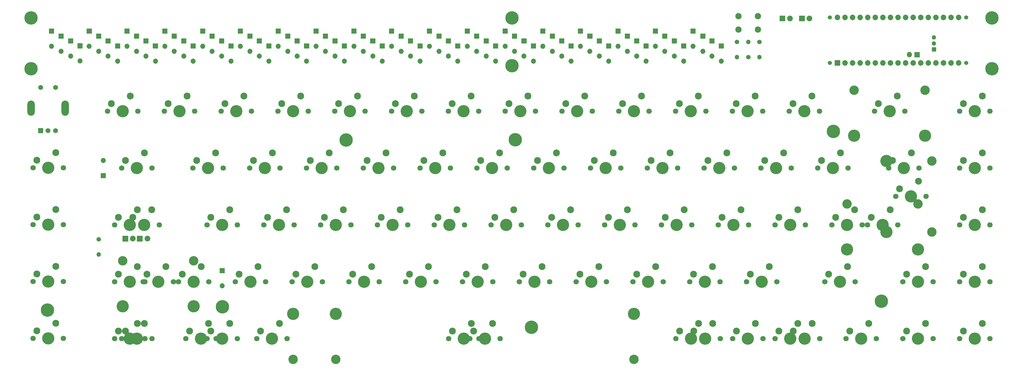
<source format=gbs>
G04 #@! TF.GenerationSoftware,KiCad,Pcbnew,(5.1.8)-1*
G04 #@! TF.CreationDate,2021-04-27T09:48:36+02:00*
G04 #@! TF.ProjectId,crispy-keyboard,63726973-7079-42d6-9b65-79626f617264,rev?*
G04 #@! TF.SameCoordinates,Original*
G04 #@! TF.FileFunction,Soldermask,Bot*
G04 #@! TF.FilePolarity,Negative*
%FSLAX46Y46*%
G04 Gerber Fmt 4.6, Leading zero omitted, Abs format (unit mm)*
G04 Created by KiCad (PCBNEW (5.1.8)-1) date 2021-04-27 09:48:36*
%MOMM*%
%LPD*%
G01*
G04 APERTURE LIST*
%ADD10C,4.502000*%
%ADD11C,1.902000*%
%ADD12C,1.652000*%
%ADD13O,2.502000X5.102000*%
%ADD14O,1.702000X1.702000*%
%ADD15O,1.802000X1.802000*%
%ADD16O,1.452000X1.452000*%
%ADD17C,2.102000*%
%ADD18O,1.502000X1.502000*%
%ADD19C,1.502000*%
%ADD20C,1.852000*%
%ADD21C,1.372000*%
%ADD22C,2.302000*%
%ADD23C,4.102000*%
%ADD24C,1.802000*%
%ADD25C,3.150000*%
%ADD26C,4.089800*%
%ADD27C,3.152000*%
%ADD28C,0.100000*%
G04 APERTURE END LIST*
D10*
X38074600Y-161419540D03*
G36*
G01*
X290155880Y-64636220D02*
X290155880Y-62836220D01*
G75*
G02*
X290206880Y-62785220I51000J0D01*
G01*
X292006880Y-62785220D01*
G75*
G02*
X292057880Y-62836220I0J-51000D01*
G01*
X292057880Y-64636220D01*
G75*
G02*
X292006880Y-64687220I-51000J0D01*
G01*
X290206880Y-64687220D01*
G75*
G02*
X290155880Y-64636220I0J51000D01*
G01*
G37*
D11*
X293646880Y-63736220D03*
G36*
G01*
X283615880Y-64636220D02*
X283615880Y-62836220D01*
G75*
G02*
X283666880Y-62785220I51000J0D01*
G01*
X285466880Y-62785220D01*
G75*
G02*
X285517880Y-62836220I0J-51000D01*
G01*
X285517880Y-64636220D01*
G75*
G02*
X285466880Y-64687220I-51000J0D01*
G01*
X283666880Y-64687220D01*
G75*
G02*
X283615880Y-64636220I0J51000D01*
G01*
G37*
X287106880Y-63736220D03*
G36*
G01*
X34956880Y-102077200D02*
X34956880Y-100527200D01*
G75*
G02*
X35007880Y-100476200I51000J0D01*
G01*
X36557880Y-100476200D01*
G75*
G02*
X36608880Y-100527200I0J-51000D01*
G01*
X36608880Y-102077200D01*
G75*
G02*
X36557880Y-102128200I-51000J0D01*
G01*
X35007880Y-102128200D01*
G75*
G02*
X34956880Y-102077200I0J51000D01*
G01*
G37*
D12*
X38282880Y-101302200D03*
X40782880Y-101302200D03*
X35782880Y-86802200D03*
X40782880Y-86802200D03*
D13*
X32582880Y-93802200D03*
X43982880Y-93802200D03*
G36*
G01*
X57629960Y-117266820D02*
X56029960Y-117266820D01*
G75*
G02*
X55978960Y-117215820I0J51000D01*
G01*
X55978960Y-115615820D01*
G75*
G02*
X56029960Y-115564820I51000J0D01*
G01*
X57629960Y-115564820D01*
G75*
G02*
X57680960Y-115615820I0J-51000D01*
G01*
X57680960Y-117215820D01*
G75*
G02*
X57629960Y-117266820I-51000J0D01*
G01*
G37*
D14*
X56829960Y-111335820D03*
G36*
G01*
X68091280Y-138405440D02*
X68091280Y-136605440D01*
G75*
G02*
X68142280Y-136554440I51000J0D01*
G01*
X69942280Y-136554440D01*
G75*
G02*
X69993280Y-136605440I0J-51000D01*
G01*
X69993280Y-138405440D01*
G75*
G02*
X69942280Y-138456440I-51000J0D01*
G01*
X68142280Y-138456440D01*
G75*
G02*
X68091280Y-138405440I0J51000D01*
G01*
G37*
D11*
X71582280Y-137505440D03*
G36*
G01*
X63244960Y-138397820D02*
X63244960Y-136597820D01*
G75*
G02*
X63295960Y-136546820I51000J0D01*
G01*
X65095960Y-136546820D01*
G75*
G02*
X65146960Y-136597820I0J-51000D01*
G01*
X65146960Y-138397820D01*
G75*
G02*
X65095960Y-138448820I-51000J0D01*
G01*
X63295960Y-138448820D01*
G75*
G02*
X63244960Y-138397820I0J51000D01*
G01*
G37*
X66735960Y-137497820D03*
D15*
X327172320Y-75852020D03*
G36*
G01*
X330562320Y-76753020D02*
X328862320Y-76753020D01*
G75*
G02*
X328811320Y-76702020I0J51000D01*
G01*
X328811320Y-75002020D01*
G75*
G02*
X328862320Y-74951020I51000J0D01*
G01*
X330562320Y-74951020D01*
G75*
G02*
X330613320Y-75002020I0J-51000D01*
G01*
X330613320Y-76702020D01*
G75*
G02*
X330562320Y-76753020I-51000J0D01*
G01*
G37*
D16*
X335391760Y-70076560D03*
X335391760Y-72076560D03*
G36*
G01*
X334665760Y-74751560D02*
X334665760Y-73401560D01*
G75*
G02*
X334716760Y-73350560I51000J0D01*
G01*
X336066760Y-73350560D01*
G75*
G02*
X336117760Y-73401560I0J-51000D01*
G01*
X336117760Y-74751560D01*
G75*
G02*
X336066760Y-74802560I-51000J0D01*
G01*
X334716760Y-74802560D01*
G75*
G02*
X334665760Y-74751560I0J51000D01*
G01*
G37*
D17*
X269813900Y-67487800D03*
X269813900Y-62987800D03*
X276313900Y-67487800D03*
X276313900Y-62987800D03*
D18*
X276844140Y-76641960D03*
D19*
X276844140Y-71561960D03*
D18*
X269351760Y-76644500D03*
D19*
X269351760Y-71564500D03*
D18*
X273101760Y-71564500D03*
D19*
X273101760Y-76644500D03*
D20*
X333466440Y-78643480D03*
X336006440Y-78643480D03*
X338546440Y-78643480D03*
X341086440Y-78643480D03*
X343626440Y-78643480D03*
X343626440Y-63403480D03*
X341086440Y-63403480D03*
X338546440Y-63403480D03*
X336006440Y-63403480D03*
X333466440Y-63403480D03*
X330926440Y-63403480D03*
X328386440Y-63403480D03*
X330926440Y-78643480D03*
X328386440Y-78643480D03*
X325846440Y-78643480D03*
X323306440Y-78643480D03*
X320766440Y-78643480D03*
X318226440Y-78643480D03*
X315686440Y-78643480D03*
X313146440Y-78643480D03*
X310606440Y-78643480D03*
X308066440Y-78643480D03*
X305526440Y-78643480D03*
G36*
G01*
X302060440Y-79518480D02*
X302060440Y-77768480D01*
G75*
G02*
X302111440Y-77717480I51000J0D01*
G01*
X303861440Y-77717480D01*
G75*
G02*
X303912440Y-77768480I0J-51000D01*
G01*
X303912440Y-79518480D01*
G75*
G02*
X303861440Y-79569480I-51000J0D01*
G01*
X302111440Y-79569480D01*
G75*
G02*
X302060440Y-79518480I0J51000D01*
G01*
G37*
X315686440Y-63403480D03*
X318226440Y-63403480D03*
X325846440Y-63403480D03*
X323306440Y-63403480D03*
X320766440Y-63403480D03*
X313146440Y-63403480D03*
X310606440Y-63403480D03*
X308066440Y-63403480D03*
X305526440Y-63403480D03*
X302986440Y-63403480D03*
D21*
X300446440Y-63403480D03*
X300446440Y-78643480D03*
X346166440Y-63403480D03*
X346166440Y-78643480D03*
D10*
X193845180Y-63560420D03*
D22*
X351631250Y-165893750D03*
X345281250Y-168433750D03*
D23*
X349091250Y-170973750D03*
D24*
X344011250Y-170973750D03*
X354171250Y-170973750D03*
D25*
X120484640Y-177964440D03*
X234784640Y-177964440D03*
D26*
X120484640Y-162724440D03*
X234784640Y-162724440D03*
X234782100Y-162719360D03*
X134782300Y-162719360D03*
D25*
X234782100Y-177959360D03*
X134782300Y-177959360D03*
D10*
X193845180Y-79560420D03*
X195005700Y-104352700D03*
X138218920Y-104467000D03*
X96740720Y-160308900D03*
X200365100Y-167197380D03*
X317779140Y-158500420D03*
X301634900Y-101548540D03*
X32593280Y-80563500D03*
X32593280Y-63563500D03*
X354845180Y-80560420D03*
X354845180Y-63560420D03*
D19*
X55315860Y-137685120D03*
D18*
X55315860Y-142765120D03*
D22*
X142081250Y-89693750D03*
X135731250Y-92233750D03*
D23*
X139541250Y-94773750D03*
D24*
X134461250Y-94773750D03*
X144621250Y-94773750D03*
D22*
X40890000Y-165860000D03*
X34540000Y-168400000D03*
D23*
X38350000Y-170940000D03*
D24*
X33270000Y-170940000D03*
X43430000Y-170940000D03*
D22*
X40890000Y-146820000D03*
X34540000Y-149360000D03*
D23*
X38350000Y-151900000D03*
D24*
X33270000Y-151900000D03*
X43430000Y-151900000D03*
D22*
X40890000Y-127775000D03*
X34540000Y-130315000D03*
D23*
X38350000Y-132855000D03*
D24*
X33270000Y-132855000D03*
X43430000Y-132855000D03*
D22*
X40890000Y-108720000D03*
X34540000Y-111260000D03*
D23*
X38350000Y-113800000D03*
D24*
X33270000Y-113800000D03*
X43430000Y-113800000D03*
D14*
X39438320Y-73031960D03*
G36*
G01*
X38638320Y-67100960D02*
X40238320Y-67100960D01*
G75*
G02*
X40289320Y-67151960I0J-51000D01*
G01*
X40289320Y-68751960D01*
G75*
G02*
X40238320Y-68802960I-51000J0D01*
G01*
X38638320Y-68802960D01*
G75*
G02*
X38587320Y-68751960I0J51000D01*
G01*
X38587320Y-67151960D01*
G75*
G02*
X38638320Y-67100960I51000J0D01*
G01*
G37*
X49003960Y-77990040D03*
G36*
G01*
X48203960Y-72059040D02*
X49803960Y-72059040D01*
G75*
G02*
X49854960Y-72110040I0J-51000D01*
G01*
X49854960Y-73710040D01*
G75*
G02*
X49803960Y-73761040I-51000J0D01*
G01*
X48203960Y-73761040D01*
G75*
G02*
X48152960Y-73710040I0J51000D01*
G01*
X48152960Y-72110040D01*
G75*
G02*
X48203960Y-72059040I51000J0D01*
G01*
G37*
X42664120Y-74703280D03*
G36*
G01*
X41864120Y-68772280D02*
X43464120Y-68772280D01*
G75*
G02*
X43515120Y-68823280I0J-51000D01*
G01*
X43515120Y-70423280D01*
G75*
G02*
X43464120Y-70474280I-51000J0D01*
G01*
X41864120Y-70474280D01*
G75*
G02*
X41813120Y-70423280I0J51000D01*
G01*
X41813120Y-68823280D01*
G75*
G02*
X41864120Y-68772280I51000J0D01*
G01*
G37*
X45864520Y-76374600D03*
G36*
G01*
X45064520Y-70443600D02*
X46664520Y-70443600D01*
G75*
G02*
X46715520Y-70494600I0J-51000D01*
G01*
X46715520Y-72094600D01*
G75*
G02*
X46664520Y-72145600I-51000J0D01*
G01*
X45064520Y-72145600D01*
G75*
G02*
X45013520Y-72094600I0J51000D01*
G01*
X45013520Y-70494600D01*
G75*
G02*
X45064520Y-70443600I51000J0D01*
G01*
G37*
D22*
X323056250Y-89693750D03*
X316706250Y-92233750D03*
D23*
X320516250Y-94773750D03*
D24*
X315436250Y-94773750D03*
X325596250Y-94773750D03*
D23*
X332416250Y-103013750D03*
X308616250Y-103013750D03*
D27*
X308616250Y-87773750D03*
X332416250Y-87773750D03*
D22*
X351631250Y-89693750D03*
X345281250Y-92233750D03*
D23*
X349091250Y-94773750D03*
D24*
X344011250Y-94773750D03*
X354171250Y-94773750D03*
D22*
X68262500Y-146843750D03*
X61912500Y-149383750D03*
D23*
X65722500Y-151923750D03*
D24*
X60642500Y-151923750D03*
X70802500Y-151923750D03*
D22*
X308768750Y-127793750D03*
X302418750Y-130333750D03*
D23*
X306228750Y-132873750D03*
D24*
X301148750Y-132873750D03*
X311308750Y-132873750D03*
D22*
X330200000Y-118268750D03*
X323850000Y-120808750D03*
D23*
X327660000Y-123348750D03*
D24*
X322580000Y-123348750D03*
X332740000Y-123348750D03*
D23*
X319420000Y-135248750D03*
D27*
X334660000Y-111448750D03*
X334660000Y-135248750D03*
D23*
X319420000Y-111448750D03*
D22*
X89693750Y-146843750D03*
X83343750Y-149383750D03*
D23*
X87153750Y-151923750D03*
D24*
X82073750Y-151923750D03*
X92233750Y-151923750D03*
D22*
X275466206Y-165893750D03*
X269116206Y-168433750D03*
D23*
X272926206Y-170973750D03*
D24*
X267846206Y-170973750D03*
X278006206Y-170973750D03*
D22*
X256410884Y-165883620D03*
X250060884Y-168423620D03*
D23*
X253870884Y-170963620D03*
D24*
X248790884Y-170963620D03*
X258950884Y-170963620D03*
D14*
X96678750Y-153314400D03*
G36*
G01*
X95878750Y-147383400D02*
X97478750Y-147383400D01*
G75*
G02*
X97529750Y-147434400I0J-51000D01*
G01*
X97529750Y-149034400D01*
G75*
G02*
X97478750Y-149085400I-51000J0D01*
G01*
X95878750Y-149085400D01*
G75*
G02*
X95827750Y-149034400I0J51000D01*
G01*
X95827750Y-147434400D01*
G75*
G02*
X95878750Y-147383400I51000J0D01*
G01*
G37*
D24*
X292280128Y-170973750D03*
X282120128Y-170973750D03*
D23*
X287200128Y-170973750D03*
D22*
X283390128Y-168433750D03*
X289740128Y-165893750D03*
D24*
X263723936Y-170973750D03*
X253563936Y-170973750D03*
D23*
X258643936Y-170973750D03*
D22*
X254833936Y-168433750D03*
X261183936Y-165893750D03*
X180207573Y-165901640D03*
X173857573Y-168441640D03*
D23*
X177667573Y-170981640D03*
D24*
X172587573Y-170981640D03*
X182747573Y-170981640D03*
X101783031Y-170969819D03*
X91623031Y-170969819D03*
D23*
X96703031Y-170969819D03*
D22*
X92893031Y-168429819D03*
X99243031Y-165889819D03*
D24*
X73183700Y-170963620D03*
X63023700Y-170963620D03*
D23*
X68103700Y-170963620D03*
D22*
X64293700Y-168423620D03*
X70643700Y-165883620D03*
X68262500Y-127783620D03*
X61912500Y-130323620D03*
D23*
X65722500Y-132863620D03*
D24*
X60642500Y-132863620D03*
X70802500Y-132863620D03*
D27*
X330035250Y-125873750D03*
X306235250Y-125873750D03*
D23*
X306235250Y-141113750D03*
X330035250Y-141113750D03*
D24*
X323215250Y-132873750D03*
X313055250Y-132873750D03*
D23*
X318135250Y-132873750D03*
D22*
X314325250Y-130333750D03*
X320675250Y-127793750D03*
D27*
X87147450Y-144923750D03*
X63347450Y-144923750D03*
D23*
X63347450Y-160163750D03*
X87147450Y-160163750D03*
D24*
X80327450Y-151923750D03*
X70167450Y-151923750D03*
D23*
X75247450Y-151923750D03*
D22*
X71437450Y-149383750D03*
X77787450Y-146843750D03*
X68262450Y-165883620D03*
X61912450Y-168423620D03*
D23*
X65722450Y-170963620D03*
D24*
X60642450Y-170963620D03*
X70802450Y-170963620D03*
D22*
X92075050Y-165893750D03*
X85725050Y-168433750D03*
D23*
X89535050Y-170973750D03*
D24*
X84455050Y-170973750D03*
X94615050Y-170973750D03*
D22*
X115887450Y-165883620D03*
X109537450Y-168423620D03*
D23*
X113347450Y-170963620D03*
D24*
X108267450Y-170963620D03*
X118427450Y-170963620D03*
D22*
X73025050Y-127783620D03*
X66675050Y-130323620D03*
D23*
X70485050Y-132863620D03*
D24*
X65405050Y-132863620D03*
X75565050Y-132863620D03*
D22*
X306387250Y-146843750D03*
X300037250Y-149383750D03*
D23*
X303847250Y-151923750D03*
D24*
X298767250Y-151923750D03*
X308927250Y-151923750D03*
X73183750Y-113823750D03*
X63023750Y-113823750D03*
D23*
X68103750Y-113823750D03*
D22*
X64293750Y-111283750D03*
X70643750Y-108743750D03*
D24*
X330358250Y-113823750D03*
X320198250Y-113823750D03*
D23*
X325278250Y-113823750D03*
D22*
X321468250Y-111283750D03*
X327818250Y-108743750D03*
X294481250Y-89693750D03*
X288131250Y-92233750D03*
D23*
X291941250Y-94773750D03*
D24*
X286861250Y-94773750D03*
X297021250Y-94773750D03*
D22*
X132556250Y-108743750D03*
X126206250Y-111283750D03*
D23*
X130016250Y-113823750D03*
D24*
X124936250Y-113823750D03*
X135096250Y-113823750D03*
D22*
X65881250Y-89693750D03*
X59531250Y-92233750D03*
D23*
X63341250Y-94773750D03*
D24*
X58261250Y-94773750D03*
X68421250Y-94773750D03*
D22*
X84931250Y-89693750D03*
X78581250Y-92233750D03*
D23*
X82391250Y-94773750D03*
D24*
X77311250Y-94773750D03*
X87471250Y-94773750D03*
D22*
X103981250Y-89693750D03*
X97631250Y-92233750D03*
D23*
X101441250Y-94773750D03*
D24*
X96361250Y-94773750D03*
X106521250Y-94773750D03*
D22*
X123031250Y-89693750D03*
X116681250Y-92233750D03*
D23*
X120491250Y-94773750D03*
D24*
X115411250Y-94773750D03*
X125571250Y-94773750D03*
D22*
X161131250Y-89693750D03*
X154781250Y-92233750D03*
D23*
X158591250Y-94773750D03*
D24*
X153511250Y-94773750D03*
X163671250Y-94773750D03*
D22*
X180181250Y-89693750D03*
X173831250Y-92233750D03*
D23*
X177641250Y-94773750D03*
D24*
X172561250Y-94773750D03*
X182721250Y-94773750D03*
D22*
X199231250Y-89693750D03*
X192881250Y-92233750D03*
D23*
X196691250Y-94773750D03*
D24*
X191611250Y-94773750D03*
X201771250Y-94773750D03*
D22*
X218281250Y-89693750D03*
X211931250Y-92233750D03*
D23*
X215741250Y-94773750D03*
D24*
X210661250Y-94773750D03*
X220821250Y-94773750D03*
D22*
X237331250Y-89693750D03*
X230981250Y-92233750D03*
D23*
X234791250Y-94773750D03*
D24*
X229711250Y-94773750D03*
X239871250Y-94773750D03*
D22*
X256381250Y-89693750D03*
X250031250Y-92233750D03*
D23*
X253841250Y-94773750D03*
D24*
X248761250Y-94773750D03*
X258921250Y-94773750D03*
D22*
X275431250Y-89693750D03*
X269081250Y-92233750D03*
D23*
X272891250Y-94773750D03*
D24*
X267811250Y-94773750D03*
X277971250Y-94773750D03*
D22*
X94456250Y-108743750D03*
X88106250Y-111283750D03*
D23*
X91916250Y-113823750D03*
D24*
X86836250Y-113823750D03*
X96996250Y-113823750D03*
D22*
X113506250Y-108743750D03*
X107156250Y-111283750D03*
D23*
X110966250Y-113823750D03*
D24*
X105886250Y-113823750D03*
X116046250Y-113823750D03*
D22*
X151606250Y-108743750D03*
X145256250Y-111283750D03*
D23*
X149066250Y-113823750D03*
D24*
X143986250Y-113823750D03*
X154146250Y-113823750D03*
D22*
X170656250Y-108743750D03*
X164306250Y-111283750D03*
D23*
X168116250Y-113823750D03*
D24*
X163036250Y-113823750D03*
X173196250Y-113823750D03*
D22*
X189706250Y-108743750D03*
X183356250Y-111283750D03*
D23*
X187166250Y-113823750D03*
D24*
X182086250Y-113823750D03*
X192246250Y-113823750D03*
D22*
X208756250Y-108743750D03*
X202406250Y-111283750D03*
D23*
X206216250Y-113823750D03*
D24*
X201136250Y-113823750D03*
X211296250Y-113823750D03*
D22*
X227806250Y-108743750D03*
X221456250Y-111283750D03*
D23*
X225266250Y-113823750D03*
D24*
X220186250Y-113823750D03*
X230346250Y-113823750D03*
D22*
X246856250Y-108743750D03*
X240506250Y-111283750D03*
D23*
X244316250Y-113823750D03*
D24*
X239236250Y-113823750D03*
X249396250Y-113823750D03*
D22*
X265906250Y-108743750D03*
X259556250Y-111283750D03*
D23*
X263366250Y-113823750D03*
D24*
X258286250Y-113823750D03*
X268446250Y-113823750D03*
D22*
X284956250Y-108743750D03*
X278606250Y-111283750D03*
D23*
X282416250Y-113823750D03*
D24*
X277336250Y-113823750D03*
X287496250Y-113823750D03*
D22*
X304006250Y-108743750D03*
X297656250Y-111283750D03*
D23*
X301466250Y-113823750D03*
D24*
X296386250Y-113823750D03*
X306546250Y-113823750D03*
D22*
X351631250Y-108743750D03*
X345281250Y-111283750D03*
D23*
X349091250Y-113823750D03*
D24*
X344011250Y-113823750D03*
X354171250Y-113823750D03*
D22*
X99218750Y-127793750D03*
X92868750Y-130333750D03*
D23*
X96678750Y-132873750D03*
D24*
X91598750Y-132873750D03*
X101758750Y-132873750D03*
D22*
X118268750Y-127793750D03*
X111918750Y-130333750D03*
D23*
X115728750Y-132873750D03*
D24*
X110648750Y-132873750D03*
X120808750Y-132873750D03*
D22*
X137318750Y-127793750D03*
X130968750Y-130333750D03*
D23*
X134778750Y-132873750D03*
D24*
X129698750Y-132873750D03*
X139858750Y-132873750D03*
D22*
X156368250Y-127793750D03*
X150018250Y-130333750D03*
D23*
X153828250Y-132873750D03*
D24*
X148748250Y-132873750D03*
X158908250Y-132873750D03*
D22*
X175418250Y-127793750D03*
X169068250Y-130333750D03*
D23*
X172878250Y-132873750D03*
D24*
X167798250Y-132873750D03*
X177958250Y-132873750D03*
D22*
X194468250Y-127793750D03*
X188118250Y-130333750D03*
D23*
X191928250Y-132873750D03*
D24*
X186848250Y-132873750D03*
X197008250Y-132873750D03*
D22*
X213518250Y-127793750D03*
X207168250Y-130333750D03*
D23*
X210978250Y-132873750D03*
D24*
X205898250Y-132873750D03*
X216058250Y-132873750D03*
D22*
X232568250Y-127793750D03*
X226218250Y-130333750D03*
D23*
X230028250Y-132873750D03*
D24*
X224948250Y-132873750D03*
X235108250Y-132873750D03*
D22*
X251618250Y-127793750D03*
X245268250Y-130333750D03*
D23*
X249078250Y-132873750D03*
D24*
X243998250Y-132873750D03*
X254158250Y-132873750D03*
D22*
X270668250Y-127793750D03*
X264318250Y-130333750D03*
D23*
X268128250Y-132873750D03*
D24*
X263048250Y-132873750D03*
X273208250Y-132873750D03*
D22*
X289718250Y-127793750D03*
X283368250Y-130333750D03*
D23*
X287178250Y-132873750D03*
D24*
X282098250Y-132873750D03*
X292258250Y-132873750D03*
D22*
X351631250Y-127793750D03*
X345281250Y-130333750D03*
D23*
X349091250Y-132873750D03*
D24*
X344011250Y-132873750D03*
X354171250Y-132873750D03*
D22*
X108743750Y-146843750D03*
X102393750Y-149383750D03*
D23*
X106203750Y-151923750D03*
D24*
X101123750Y-151923750D03*
X111283750Y-151923750D03*
D22*
X127793750Y-146843750D03*
X121443750Y-149383750D03*
D23*
X125253750Y-151923750D03*
D24*
X120173750Y-151923750D03*
X130333750Y-151923750D03*
D22*
X146843750Y-146843750D03*
X140493750Y-149383750D03*
D23*
X144303750Y-151923750D03*
D24*
X139223750Y-151923750D03*
X149383750Y-151923750D03*
D22*
X165894250Y-146843750D03*
X159544250Y-149383750D03*
D23*
X163354250Y-151923750D03*
D24*
X158274250Y-151923750D03*
X168434250Y-151923750D03*
D22*
X184944250Y-146843750D03*
X178594250Y-149383750D03*
D23*
X182404250Y-151923750D03*
D24*
X177324250Y-151923750D03*
X187484250Y-151923750D03*
D22*
X203994250Y-146843750D03*
X197644250Y-149383750D03*
D23*
X201454250Y-151923750D03*
D24*
X196374250Y-151923750D03*
X206534250Y-151923750D03*
D22*
X223044250Y-146843750D03*
X216694250Y-149383750D03*
D23*
X220504250Y-151923750D03*
D24*
X215424250Y-151923750D03*
X225584250Y-151923750D03*
D22*
X242094250Y-146843750D03*
X235744250Y-149383750D03*
D23*
X239554250Y-151923750D03*
D24*
X234474250Y-151923750D03*
X244634250Y-151923750D03*
D22*
X261144250Y-146843750D03*
X254794250Y-149383750D03*
D23*
X258604250Y-151923750D03*
D24*
X253524250Y-151923750D03*
X263684250Y-151923750D03*
D22*
X280194250Y-146843750D03*
X273844250Y-149383750D03*
D23*
X277654250Y-151923750D03*
D24*
X272574250Y-151923750D03*
X282734250Y-151923750D03*
D22*
X332581250Y-146843750D03*
X326231250Y-149383750D03*
D23*
X330041250Y-151923750D03*
D24*
X324961250Y-151923750D03*
X335121250Y-151923750D03*
D22*
X351631250Y-146843750D03*
X345281250Y-149383750D03*
D23*
X349091250Y-151923750D03*
D24*
X344011250Y-151923750D03*
X354171250Y-151923750D03*
D22*
X187325250Y-165893750D03*
X180975250Y-168433750D03*
D23*
X184785250Y-170973750D03*
D24*
X179705250Y-170973750D03*
X189865250Y-170973750D03*
D22*
X313531250Y-165893750D03*
X307181250Y-168433750D03*
D23*
X310991250Y-170973750D03*
D24*
X305911250Y-170973750D03*
X316071250Y-170973750D03*
D22*
X332581250Y-165893750D03*
X326231250Y-168433750D03*
D23*
X330041250Y-170973750D03*
D24*
X324961250Y-170973750D03*
X335121250Y-170973750D03*
D22*
X294521528Y-165883620D03*
X288171528Y-168423620D03*
D23*
X291981528Y-170963620D03*
D24*
X286901528Y-170963620D03*
X297061528Y-170963620D03*
D14*
X52100284Y-73055612D03*
G36*
G01*
X51300284Y-67124612D02*
X52900284Y-67124612D01*
G75*
G02*
X52951284Y-67175612I0J-51000D01*
G01*
X52951284Y-68775612D01*
G75*
G02*
X52900284Y-68826612I-51000J0D01*
G01*
X51300284Y-68826612D01*
G75*
G02*
X51249284Y-68775612I0J51000D01*
G01*
X51249284Y-67175612D01*
G75*
G02*
X51300284Y-67124612I51000J0D01*
G01*
G37*
X61608673Y-78016199D03*
G36*
G01*
X60808673Y-72085199D02*
X62408673Y-72085199D01*
G75*
G02*
X62459673Y-72136199I0J-51000D01*
G01*
X62459673Y-73736199D01*
G75*
G02*
X62408673Y-73787199I-51000J0D01*
G01*
X60808673Y-73787199D01*
G75*
G02*
X60757673Y-73736199I0J51000D01*
G01*
X60757673Y-72136199D01*
G75*
G02*
X60808673Y-72085199I51000J0D01*
G01*
G37*
X74286525Y-78016199D03*
G36*
G01*
X73486525Y-72085199D02*
X75086525Y-72085199D01*
G75*
G02*
X75137525Y-72136199I0J-51000D01*
G01*
X75137525Y-73736199D01*
G75*
G02*
X75086525Y-73787199I-51000J0D01*
G01*
X73486525Y-73787199D01*
G75*
G02*
X73435525Y-73736199I0J51000D01*
G01*
X73435525Y-72136199D01*
G75*
G02*
X73486525Y-72085199I51000J0D01*
G01*
G37*
X77455988Y-73055612D03*
G36*
G01*
X76655988Y-67124612D02*
X78255988Y-67124612D01*
G75*
G02*
X78306988Y-67175612I0J-51000D01*
G01*
X78306988Y-68775612D01*
G75*
G02*
X78255988Y-68826612I-51000J0D01*
G01*
X76655988Y-68826612D01*
G75*
G02*
X76604988Y-68775612I0J51000D01*
G01*
X76604988Y-67175612D01*
G75*
G02*
X76655988Y-67124612I51000J0D01*
G01*
G37*
X90133840Y-73055612D03*
G36*
G01*
X89333840Y-67124612D02*
X90933840Y-67124612D01*
G75*
G02*
X90984840Y-67175612I0J-51000D01*
G01*
X90984840Y-68775612D01*
G75*
G02*
X90933840Y-68826612I-51000J0D01*
G01*
X89333840Y-68826612D01*
G75*
G02*
X89282840Y-68775612I0J51000D01*
G01*
X89282840Y-67175612D01*
G75*
G02*
X89333840Y-67124612I51000J0D01*
G01*
G37*
X102811692Y-73055612D03*
G36*
G01*
X102011692Y-67124612D02*
X103611692Y-67124612D01*
G75*
G02*
X103662692Y-67175612I0J-51000D01*
G01*
X103662692Y-68775612D01*
G75*
G02*
X103611692Y-68826612I-51000J0D01*
G01*
X102011692Y-68826612D01*
G75*
G02*
X101960692Y-68775612I0J51000D01*
G01*
X101960692Y-67175612D01*
G75*
G02*
X102011692Y-67124612I51000J0D01*
G01*
G37*
X115489544Y-73055612D03*
G36*
G01*
X114689544Y-67124612D02*
X116289544Y-67124612D01*
G75*
G02*
X116340544Y-67175612I0J-51000D01*
G01*
X116340544Y-68775612D01*
G75*
G02*
X116289544Y-68826612I-51000J0D01*
G01*
X114689544Y-68826612D01*
G75*
G02*
X114638544Y-68775612I0J51000D01*
G01*
X114638544Y-67175612D01*
G75*
G02*
X114689544Y-67124612I51000J0D01*
G01*
G37*
X128167396Y-73055612D03*
G36*
G01*
X127367396Y-67124612D02*
X128967396Y-67124612D01*
G75*
G02*
X129018396Y-67175612I0J-51000D01*
G01*
X129018396Y-68775612D01*
G75*
G02*
X128967396Y-68826612I-51000J0D01*
G01*
X127367396Y-68826612D01*
G75*
G02*
X127316396Y-68775612I0J51000D01*
G01*
X127316396Y-67175612D01*
G75*
G02*
X127367396Y-67124612I51000J0D01*
G01*
G37*
X140845248Y-73055612D03*
G36*
G01*
X140045248Y-67124612D02*
X141645248Y-67124612D01*
G75*
G02*
X141696248Y-67175612I0J-51000D01*
G01*
X141696248Y-68775612D01*
G75*
G02*
X141645248Y-68826612I-51000J0D01*
G01*
X140045248Y-68826612D01*
G75*
G02*
X139994248Y-68775612I0J51000D01*
G01*
X139994248Y-67175612D01*
G75*
G02*
X140045248Y-67124612I51000J0D01*
G01*
G37*
X153523100Y-73055612D03*
G36*
G01*
X152723100Y-67124612D02*
X154323100Y-67124612D01*
G75*
G02*
X154374100Y-67175612I0J-51000D01*
G01*
X154374100Y-68775612D01*
G75*
G02*
X154323100Y-68826612I-51000J0D01*
G01*
X152723100Y-68826612D01*
G75*
G02*
X152672100Y-68775612I0J51000D01*
G01*
X152672100Y-67175612D01*
G75*
G02*
X152723100Y-67124612I51000J0D01*
G01*
G37*
X166200952Y-73055612D03*
G36*
G01*
X165400952Y-67124612D02*
X167000952Y-67124612D01*
G75*
G02*
X167051952Y-67175612I0J-51000D01*
G01*
X167051952Y-68775612D01*
G75*
G02*
X167000952Y-68826612I-51000J0D01*
G01*
X165400952Y-68826612D01*
G75*
G02*
X165349952Y-68775612I0J51000D01*
G01*
X165349952Y-67175612D01*
G75*
G02*
X165400952Y-67124612I51000J0D01*
G01*
G37*
X178878804Y-73055612D03*
G36*
G01*
X178078804Y-67124612D02*
X179678804Y-67124612D01*
G75*
G02*
X179729804Y-67175612I0J-51000D01*
G01*
X179729804Y-68775612D01*
G75*
G02*
X179678804Y-68826612I-51000J0D01*
G01*
X178078804Y-68826612D01*
G75*
G02*
X178027804Y-68775612I0J51000D01*
G01*
X178027804Y-67175612D01*
G75*
G02*
X178078804Y-67124612I51000J0D01*
G01*
G37*
X191556656Y-73055612D03*
G36*
G01*
X190756656Y-67124612D02*
X192356656Y-67124612D01*
G75*
G02*
X192407656Y-67175612I0J-51000D01*
G01*
X192407656Y-68775612D01*
G75*
G02*
X192356656Y-68826612I-51000J0D01*
G01*
X190756656Y-68826612D01*
G75*
G02*
X190705656Y-68775612I0J51000D01*
G01*
X190705656Y-67175612D01*
G75*
G02*
X190756656Y-67124612I51000J0D01*
G01*
G37*
X204234508Y-73055612D03*
G36*
G01*
X203434508Y-67124612D02*
X205034508Y-67124612D01*
G75*
G02*
X205085508Y-67175612I0J-51000D01*
G01*
X205085508Y-68775612D01*
G75*
G02*
X205034508Y-68826612I-51000J0D01*
G01*
X203434508Y-68826612D01*
G75*
G02*
X203383508Y-68775612I0J51000D01*
G01*
X203383508Y-67175612D01*
G75*
G02*
X203434508Y-67124612I51000J0D01*
G01*
G37*
X216842376Y-73055612D03*
G36*
G01*
X216042376Y-67124612D02*
X217642376Y-67124612D01*
G75*
G02*
X217693376Y-67175612I0J-51000D01*
G01*
X217693376Y-68775612D01*
G75*
G02*
X217642376Y-68826612I-51000J0D01*
G01*
X216042376Y-68826612D01*
G75*
G02*
X215991376Y-68775612I0J51000D01*
G01*
X215991376Y-67175612D01*
G75*
G02*
X216042376Y-67124612I51000J0D01*
G01*
G37*
X264041929Y-78016199D03*
G36*
G01*
X263241929Y-72085199D02*
X264841929Y-72085199D01*
G75*
G02*
X264892929Y-72136199I0J-51000D01*
G01*
X264892929Y-73736199D01*
G75*
G02*
X264841929Y-73787199I-51000J0D01*
G01*
X263241929Y-73787199D01*
G75*
G02*
X263190929Y-73736199I0J51000D01*
G01*
X263190929Y-72136199D01*
G75*
G02*
X263241929Y-72085199I51000J0D01*
G01*
G37*
X55269747Y-74709141D03*
G36*
G01*
X54469747Y-68778141D02*
X56069747Y-68778141D01*
G75*
G02*
X56120747Y-68829141I0J-51000D01*
G01*
X56120747Y-70429141D01*
G75*
G02*
X56069747Y-70480141I-51000J0D01*
G01*
X54469747Y-70480141D01*
G75*
G02*
X54418747Y-70429141I0J51000D01*
G01*
X54418747Y-68829141D01*
G75*
G02*
X54469747Y-68778141I51000J0D01*
G01*
G37*
X71117062Y-76362670D03*
G36*
G01*
X70317062Y-70431670D02*
X71917062Y-70431670D01*
G75*
G02*
X71968062Y-70482670I0J-51000D01*
G01*
X71968062Y-72082670D01*
G75*
G02*
X71917062Y-72133670I-51000J0D01*
G01*
X70317062Y-72133670D01*
G75*
G02*
X70266062Y-72082670I0J51000D01*
G01*
X70266062Y-70482670D01*
G75*
G02*
X70317062Y-70431670I51000J0D01*
G01*
G37*
X80625451Y-74709141D03*
G36*
G01*
X79825451Y-68778141D02*
X81425451Y-68778141D01*
G75*
G02*
X81476451Y-68829141I0J-51000D01*
G01*
X81476451Y-70429141D01*
G75*
G02*
X81425451Y-70480141I-51000J0D01*
G01*
X79825451Y-70480141D01*
G75*
G02*
X79774451Y-70429141I0J51000D01*
G01*
X79774451Y-68829141D01*
G75*
G02*
X79825451Y-68778141I51000J0D01*
G01*
G37*
X93303303Y-74709141D03*
G36*
G01*
X92503303Y-68778141D02*
X94103303Y-68778141D01*
G75*
G02*
X94154303Y-68829141I0J-51000D01*
G01*
X94154303Y-70429141D01*
G75*
G02*
X94103303Y-70480141I-51000J0D01*
G01*
X92503303Y-70480141D01*
G75*
G02*
X92452303Y-70429141I0J51000D01*
G01*
X92452303Y-68829141D01*
G75*
G02*
X92503303Y-68778141I51000J0D01*
G01*
G37*
X105981155Y-74709141D03*
G36*
G01*
X105181155Y-68778141D02*
X106781155Y-68778141D01*
G75*
G02*
X106832155Y-68829141I0J-51000D01*
G01*
X106832155Y-70429141D01*
G75*
G02*
X106781155Y-70480141I-51000J0D01*
G01*
X105181155Y-70480141D01*
G75*
G02*
X105130155Y-70429141I0J51000D01*
G01*
X105130155Y-68829141D01*
G75*
G02*
X105181155Y-68778141I51000J0D01*
G01*
G37*
X118659007Y-74709141D03*
G36*
G01*
X117859007Y-68778141D02*
X119459007Y-68778141D01*
G75*
G02*
X119510007Y-68829141I0J-51000D01*
G01*
X119510007Y-70429141D01*
G75*
G02*
X119459007Y-70480141I-51000J0D01*
G01*
X117859007Y-70480141D01*
G75*
G02*
X117808007Y-70429141I0J51000D01*
G01*
X117808007Y-68829141D01*
G75*
G02*
X117859007Y-68778141I51000J0D01*
G01*
G37*
X131336859Y-74709141D03*
G36*
G01*
X130536859Y-68778141D02*
X132136859Y-68778141D01*
G75*
G02*
X132187859Y-68829141I0J-51000D01*
G01*
X132187859Y-70429141D01*
G75*
G02*
X132136859Y-70480141I-51000J0D01*
G01*
X130536859Y-70480141D01*
G75*
G02*
X130485859Y-70429141I0J51000D01*
G01*
X130485859Y-68829141D01*
G75*
G02*
X130536859Y-68778141I51000J0D01*
G01*
G37*
X144014711Y-74709141D03*
G36*
G01*
X143214711Y-68778141D02*
X144814711Y-68778141D01*
G75*
G02*
X144865711Y-68829141I0J-51000D01*
G01*
X144865711Y-70429141D01*
G75*
G02*
X144814711Y-70480141I-51000J0D01*
G01*
X143214711Y-70480141D01*
G75*
G02*
X143163711Y-70429141I0J51000D01*
G01*
X143163711Y-68829141D01*
G75*
G02*
X143214711Y-68778141I51000J0D01*
G01*
G37*
X156692563Y-74709141D03*
G36*
G01*
X155892563Y-68778141D02*
X157492563Y-68778141D01*
G75*
G02*
X157543563Y-68829141I0J-51000D01*
G01*
X157543563Y-70429141D01*
G75*
G02*
X157492563Y-70480141I-51000J0D01*
G01*
X155892563Y-70480141D01*
G75*
G02*
X155841563Y-70429141I0J51000D01*
G01*
X155841563Y-68829141D01*
G75*
G02*
X155892563Y-68778141I51000J0D01*
G01*
G37*
X169370415Y-74709141D03*
G36*
G01*
X168570415Y-68778141D02*
X170170415Y-68778141D01*
G75*
G02*
X170221415Y-68829141I0J-51000D01*
G01*
X170221415Y-70429141D01*
G75*
G02*
X170170415Y-70480141I-51000J0D01*
G01*
X168570415Y-70480141D01*
G75*
G02*
X168519415Y-70429141I0J51000D01*
G01*
X168519415Y-68829141D01*
G75*
G02*
X168570415Y-68778141I51000J0D01*
G01*
G37*
X182048267Y-74709141D03*
G36*
G01*
X181248267Y-68778141D02*
X182848267Y-68778141D01*
G75*
G02*
X182899267Y-68829141I0J-51000D01*
G01*
X182899267Y-70429141D01*
G75*
G02*
X182848267Y-70480141I-51000J0D01*
G01*
X181248267Y-70480141D01*
G75*
G02*
X181197267Y-70429141I0J51000D01*
G01*
X181197267Y-68829141D01*
G75*
G02*
X181248267Y-68778141I51000J0D01*
G01*
G37*
X194726119Y-74709141D03*
G36*
G01*
X193926119Y-68778141D02*
X195526119Y-68778141D01*
G75*
G02*
X195577119Y-68829141I0J-51000D01*
G01*
X195577119Y-70429141D01*
G75*
G02*
X195526119Y-70480141I-51000J0D01*
G01*
X193926119Y-70480141D01*
G75*
G02*
X193875119Y-70429141I0J51000D01*
G01*
X193875119Y-68829141D01*
G75*
G02*
X193926119Y-68778141I51000J0D01*
G01*
G37*
X207386475Y-74709141D03*
G36*
G01*
X206586475Y-68778141D02*
X208186475Y-68778141D01*
G75*
G02*
X208237475Y-68829141I0J-51000D01*
G01*
X208237475Y-70429141D01*
G75*
G02*
X208186475Y-70480141I-51000J0D01*
G01*
X206586475Y-70480141D01*
G75*
G02*
X206535475Y-70429141I0J51000D01*
G01*
X206535475Y-68829141D01*
G75*
G02*
X206586475Y-68778141I51000J0D01*
G01*
G37*
X219993149Y-74709141D03*
G36*
G01*
X219193149Y-68778141D02*
X220793149Y-68778141D01*
G75*
G02*
X220844149Y-68829141I0J-51000D01*
G01*
X220844149Y-70429141D01*
G75*
G02*
X220793149Y-70480141I-51000J0D01*
G01*
X219193149Y-70480141D01*
G75*
G02*
X219142149Y-70429141I0J51000D01*
G01*
X219142149Y-68829141D01*
G75*
G02*
X219193149Y-68778141I51000J0D01*
G01*
G37*
X260953205Y-76362670D03*
G36*
G01*
X260153205Y-70431670D02*
X261753205Y-70431670D01*
G75*
G02*
X261804205Y-70482670I0J-51000D01*
G01*
X261804205Y-72082670D01*
G75*
G02*
X261753205Y-72133670I-51000J0D01*
G01*
X260153205Y-72133670D01*
G75*
G02*
X260102205Y-72082670I0J51000D01*
G01*
X260102205Y-70482670D01*
G75*
G02*
X260153205Y-70431670I51000J0D01*
G01*
G37*
X58439210Y-76362670D03*
G36*
G01*
X57639210Y-70431670D02*
X59239210Y-70431670D01*
G75*
G02*
X59290210Y-70482670I0J-51000D01*
G01*
X59290210Y-72082670D01*
G75*
G02*
X59239210Y-72133670I-51000J0D01*
G01*
X57639210Y-72133670D01*
G75*
G02*
X57588210Y-72082670I0J51000D01*
G01*
X57588210Y-70482670D01*
G75*
G02*
X57639210Y-70431670I51000J0D01*
G01*
G37*
X67947599Y-74709141D03*
G36*
G01*
X67147599Y-68778141D02*
X68747599Y-68778141D01*
G75*
G02*
X68798599Y-68829141I0J-51000D01*
G01*
X68798599Y-70429141D01*
G75*
G02*
X68747599Y-70480141I-51000J0D01*
G01*
X67147599Y-70480141D01*
G75*
G02*
X67096599Y-70429141I0J51000D01*
G01*
X67096599Y-68829141D01*
G75*
G02*
X67147599Y-68778141I51000J0D01*
G01*
G37*
X83794914Y-76362670D03*
G36*
G01*
X82994914Y-70431670D02*
X84594914Y-70431670D01*
G75*
G02*
X84645914Y-70482670I0J-51000D01*
G01*
X84645914Y-72082670D01*
G75*
G02*
X84594914Y-72133670I-51000J0D01*
G01*
X82994914Y-72133670D01*
G75*
G02*
X82943914Y-72082670I0J51000D01*
G01*
X82943914Y-70482670D01*
G75*
G02*
X82994914Y-70431670I51000J0D01*
G01*
G37*
X96472766Y-76362670D03*
G36*
G01*
X95672766Y-70431670D02*
X97272766Y-70431670D01*
G75*
G02*
X97323766Y-70482670I0J-51000D01*
G01*
X97323766Y-72082670D01*
G75*
G02*
X97272766Y-72133670I-51000J0D01*
G01*
X95672766Y-72133670D01*
G75*
G02*
X95621766Y-72082670I0J51000D01*
G01*
X95621766Y-70482670D01*
G75*
G02*
X95672766Y-70431670I51000J0D01*
G01*
G37*
X109150618Y-76362670D03*
G36*
G01*
X108350618Y-70431670D02*
X109950618Y-70431670D01*
G75*
G02*
X110001618Y-70482670I0J-51000D01*
G01*
X110001618Y-72082670D01*
G75*
G02*
X109950618Y-72133670I-51000J0D01*
G01*
X108350618Y-72133670D01*
G75*
G02*
X108299618Y-72082670I0J51000D01*
G01*
X108299618Y-70482670D01*
G75*
G02*
X108350618Y-70431670I51000J0D01*
G01*
G37*
X121828470Y-76362670D03*
G36*
G01*
X121028470Y-70431670D02*
X122628470Y-70431670D01*
G75*
G02*
X122679470Y-70482670I0J-51000D01*
G01*
X122679470Y-72082670D01*
G75*
G02*
X122628470Y-72133670I-51000J0D01*
G01*
X121028470Y-72133670D01*
G75*
G02*
X120977470Y-72082670I0J51000D01*
G01*
X120977470Y-70482670D01*
G75*
G02*
X121028470Y-70431670I51000J0D01*
G01*
G37*
X134506322Y-76362670D03*
G36*
G01*
X133706322Y-70431670D02*
X135306322Y-70431670D01*
G75*
G02*
X135357322Y-70482670I0J-51000D01*
G01*
X135357322Y-72082670D01*
G75*
G02*
X135306322Y-72133670I-51000J0D01*
G01*
X133706322Y-72133670D01*
G75*
G02*
X133655322Y-72082670I0J51000D01*
G01*
X133655322Y-70482670D01*
G75*
G02*
X133706322Y-70431670I51000J0D01*
G01*
G37*
X147184174Y-76362670D03*
G36*
G01*
X146384174Y-70431670D02*
X147984174Y-70431670D01*
G75*
G02*
X148035174Y-70482670I0J-51000D01*
G01*
X148035174Y-72082670D01*
G75*
G02*
X147984174Y-72133670I-51000J0D01*
G01*
X146384174Y-72133670D01*
G75*
G02*
X146333174Y-72082670I0J51000D01*
G01*
X146333174Y-70482670D01*
G75*
G02*
X146384174Y-70431670I51000J0D01*
G01*
G37*
X159862026Y-76362670D03*
G36*
G01*
X159062026Y-70431670D02*
X160662026Y-70431670D01*
G75*
G02*
X160713026Y-70482670I0J-51000D01*
G01*
X160713026Y-72082670D01*
G75*
G02*
X160662026Y-72133670I-51000J0D01*
G01*
X159062026Y-72133670D01*
G75*
G02*
X159011026Y-72082670I0J51000D01*
G01*
X159011026Y-70482670D01*
G75*
G02*
X159062026Y-70431670I51000J0D01*
G01*
G37*
X172539878Y-76362670D03*
G36*
G01*
X171739878Y-70431670D02*
X173339878Y-70431670D01*
G75*
G02*
X173390878Y-70482670I0J-51000D01*
G01*
X173390878Y-72082670D01*
G75*
G02*
X173339878Y-72133670I-51000J0D01*
G01*
X171739878Y-72133670D01*
G75*
G02*
X171688878Y-72082670I0J51000D01*
G01*
X171688878Y-70482670D01*
G75*
G02*
X171739878Y-70431670I51000J0D01*
G01*
G37*
X185217730Y-76362670D03*
G36*
G01*
X184417730Y-70431670D02*
X186017730Y-70431670D01*
G75*
G02*
X186068730Y-70482670I0J-51000D01*
G01*
X186068730Y-72082670D01*
G75*
G02*
X186017730Y-72133670I-51000J0D01*
G01*
X184417730Y-72133670D01*
G75*
G02*
X184366730Y-72082670I0J51000D01*
G01*
X184366730Y-70482670D01*
G75*
G02*
X184417730Y-70431670I51000J0D01*
G01*
G37*
X197895582Y-76362670D03*
G36*
G01*
X197095582Y-70431670D02*
X198695582Y-70431670D01*
G75*
G02*
X198746582Y-70482670I0J-51000D01*
G01*
X198746582Y-72082670D01*
G75*
G02*
X198695582Y-72133670I-51000J0D01*
G01*
X197095582Y-72133670D01*
G75*
G02*
X197044582Y-72082670I0J51000D01*
G01*
X197044582Y-70482670D01*
G75*
G02*
X197095582Y-70431670I51000J0D01*
G01*
G37*
X223143922Y-76362670D03*
G36*
G01*
X222343922Y-70431670D02*
X223943922Y-70431670D01*
G75*
G02*
X223994922Y-70482670I0J-51000D01*
G01*
X223994922Y-72082670D01*
G75*
G02*
X223943922Y-72133670I-51000J0D01*
G01*
X222343922Y-72133670D01*
G75*
G02*
X222292922Y-72082670I0J51000D01*
G01*
X222292922Y-70482670D01*
G75*
G02*
X222343922Y-70431670I51000J0D01*
G01*
G37*
X257864481Y-74709141D03*
G36*
G01*
X257064481Y-68778141D02*
X258664481Y-68778141D01*
G75*
G02*
X258715481Y-68829141I0J-51000D01*
G01*
X258715481Y-70429141D01*
G75*
G02*
X258664481Y-70480141I-51000J0D01*
G01*
X257064481Y-70480141D01*
G75*
G02*
X257013481Y-70429141I0J51000D01*
G01*
X257013481Y-68829141D01*
G75*
G02*
X257064481Y-68778141I51000J0D01*
G01*
G37*
X86964377Y-78016199D03*
G36*
G01*
X86164377Y-72085199D02*
X87764377Y-72085199D01*
G75*
G02*
X87815377Y-72136199I0J-51000D01*
G01*
X87815377Y-73736199D01*
G75*
G02*
X87764377Y-73787199I-51000J0D01*
G01*
X86164377Y-73787199D01*
G75*
G02*
X86113377Y-73736199I0J51000D01*
G01*
X86113377Y-72136199D01*
G75*
G02*
X86164377Y-72085199I51000J0D01*
G01*
G37*
X99642229Y-78016199D03*
G36*
G01*
X98842229Y-72085199D02*
X100442229Y-72085199D01*
G75*
G02*
X100493229Y-72136199I0J-51000D01*
G01*
X100493229Y-73736199D01*
G75*
G02*
X100442229Y-73787199I-51000J0D01*
G01*
X98842229Y-73787199D01*
G75*
G02*
X98791229Y-73736199I0J51000D01*
G01*
X98791229Y-72136199D01*
G75*
G02*
X98842229Y-72085199I51000J0D01*
G01*
G37*
X112320081Y-78016199D03*
G36*
G01*
X111520081Y-72085199D02*
X113120081Y-72085199D01*
G75*
G02*
X113171081Y-72136199I0J-51000D01*
G01*
X113171081Y-73736199D01*
G75*
G02*
X113120081Y-73787199I-51000J0D01*
G01*
X111520081Y-73787199D01*
G75*
G02*
X111469081Y-73736199I0J51000D01*
G01*
X111469081Y-72136199D01*
G75*
G02*
X111520081Y-72085199I51000J0D01*
G01*
G37*
X124997933Y-78016199D03*
G36*
G01*
X124197933Y-72085199D02*
X125797933Y-72085199D01*
G75*
G02*
X125848933Y-72136199I0J-51000D01*
G01*
X125848933Y-73736199D01*
G75*
G02*
X125797933Y-73787199I-51000J0D01*
G01*
X124197933Y-73787199D01*
G75*
G02*
X124146933Y-73736199I0J51000D01*
G01*
X124146933Y-72136199D01*
G75*
G02*
X124197933Y-72085199I51000J0D01*
G01*
G37*
X137675785Y-78016199D03*
G36*
G01*
X136875785Y-72085199D02*
X138475785Y-72085199D01*
G75*
G02*
X138526785Y-72136199I0J-51000D01*
G01*
X138526785Y-73736199D01*
G75*
G02*
X138475785Y-73787199I-51000J0D01*
G01*
X136875785Y-73787199D01*
G75*
G02*
X136824785Y-73736199I0J51000D01*
G01*
X136824785Y-72136199D01*
G75*
G02*
X136875785Y-72085199I51000J0D01*
G01*
G37*
X150353637Y-78016199D03*
G36*
G01*
X149553637Y-72085199D02*
X151153637Y-72085199D01*
G75*
G02*
X151204637Y-72136199I0J-51000D01*
G01*
X151204637Y-73736199D01*
G75*
G02*
X151153637Y-73787199I-51000J0D01*
G01*
X149553637Y-73787199D01*
G75*
G02*
X149502637Y-73736199I0J51000D01*
G01*
X149502637Y-72136199D01*
G75*
G02*
X149553637Y-72085199I51000J0D01*
G01*
G37*
X163031489Y-78016199D03*
G36*
G01*
X162231489Y-72085199D02*
X163831489Y-72085199D01*
G75*
G02*
X163882489Y-72136199I0J-51000D01*
G01*
X163882489Y-73736199D01*
G75*
G02*
X163831489Y-73787199I-51000J0D01*
G01*
X162231489Y-73787199D01*
G75*
G02*
X162180489Y-73736199I0J51000D01*
G01*
X162180489Y-72136199D01*
G75*
G02*
X162231489Y-72085199I51000J0D01*
G01*
G37*
X175709341Y-78016199D03*
G36*
G01*
X174909341Y-72085199D02*
X176509341Y-72085199D01*
G75*
G02*
X176560341Y-72136199I0J-51000D01*
G01*
X176560341Y-73736199D01*
G75*
G02*
X176509341Y-73787199I-51000J0D01*
G01*
X174909341Y-73787199D01*
G75*
G02*
X174858341Y-73736199I0J51000D01*
G01*
X174858341Y-72136199D01*
G75*
G02*
X174909341Y-72085199I51000J0D01*
G01*
G37*
X188387193Y-78016199D03*
G36*
G01*
X187587193Y-72085199D02*
X189187193Y-72085199D01*
G75*
G02*
X189238193Y-72136199I0J-51000D01*
G01*
X189238193Y-73736199D01*
G75*
G02*
X189187193Y-73787199I-51000J0D01*
G01*
X187587193Y-73787199D01*
G75*
G02*
X187536193Y-73736199I0J51000D01*
G01*
X187536193Y-72136199D01*
G75*
G02*
X187587193Y-72085199I51000J0D01*
G01*
G37*
X201065045Y-78016199D03*
G36*
G01*
X200265045Y-72085199D02*
X201865045Y-72085199D01*
G75*
G02*
X201916045Y-72136199I0J-51000D01*
G01*
X201916045Y-73736199D01*
G75*
G02*
X201865045Y-73787199I-51000J0D01*
G01*
X200265045Y-73787199D01*
G75*
G02*
X200214045Y-73736199I0J51000D01*
G01*
X200214045Y-72136199D01*
G75*
G02*
X200265045Y-72085199I51000J0D01*
G01*
G37*
X210538442Y-76362670D03*
G36*
G01*
X209738442Y-70431670D02*
X211338442Y-70431670D01*
G75*
G02*
X211389442Y-70482670I0J-51000D01*
G01*
X211389442Y-72082670D01*
G75*
G02*
X211338442Y-72133670I-51000J0D01*
G01*
X209738442Y-72133670D01*
G75*
G02*
X209687442Y-72082670I0J51000D01*
G01*
X209687442Y-70482670D01*
G75*
G02*
X209738442Y-70431670I51000J0D01*
G01*
G37*
X226294695Y-78016199D03*
G36*
G01*
X225494695Y-72085199D02*
X227094695Y-72085199D01*
G75*
G02*
X227145695Y-72136199I0J-51000D01*
G01*
X227145695Y-73736199D01*
G75*
G02*
X227094695Y-73787199I-51000J0D01*
G01*
X225494695Y-73787199D01*
G75*
G02*
X225443695Y-73736199I0J51000D01*
G01*
X225443695Y-72136199D01*
G75*
G02*
X225494695Y-72085199I51000J0D01*
G01*
G37*
X254589606Y-73055612D03*
G36*
G01*
X253789606Y-67124612D02*
X255389606Y-67124612D01*
G75*
G02*
X255440606Y-67175612I0J-51000D01*
G01*
X255440606Y-68775612D01*
G75*
G02*
X255389606Y-68826612I-51000J0D01*
G01*
X253789606Y-68826612D01*
G75*
G02*
X253738606Y-68775612I0J51000D01*
G01*
X253738606Y-67175612D01*
G75*
G02*
X253789606Y-67124612I51000J0D01*
G01*
G37*
X248288058Y-76362670D03*
G36*
G01*
X247488058Y-70431670D02*
X249088058Y-70431670D01*
G75*
G02*
X249139058Y-70482670I0J-51000D01*
G01*
X249139058Y-72082670D01*
G75*
G02*
X249088058Y-72133670I-51000J0D01*
G01*
X247488058Y-72133670D01*
G75*
G02*
X247437058Y-72082670I0J51000D01*
G01*
X247437058Y-70482670D01*
G75*
G02*
X247488058Y-70431670I51000J0D01*
G01*
G37*
X64778136Y-73055612D03*
G36*
G01*
X63978136Y-67124612D02*
X65578136Y-67124612D01*
G75*
G02*
X65629136Y-67175612I0J-51000D01*
G01*
X65629136Y-68775612D01*
G75*
G02*
X65578136Y-68826612I-51000J0D01*
G01*
X63978136Y-68826612D01*
G75*
G02*
X63927136Y-68775612I0J51000D01*
G01*
X63927136Y-67175612D01*
G75*
G02*
X63978136Y-67124612I51000J0D01*
G01*
G37*
X245137284Y-74709141D03*
G36*
G01*
X244337284Y-68778141D02*
X245937284Y-68778141D01*
G75*
G02*
X245988284Y-68829141I0J-51000D01*
G01*
X245988284Y-70429141D01*
G75*
G02*
X245937284Y-70480141I-51000J0D01*
G01*
X244337284Y-70480141D01*
G75*
G02*
X244286284Y-70429141I0J51000D01*
G01*
X244286284Y-68829141D01*
G75*
G02*
X244337284Y-68778141I51000J0D01*
G01*
G37*
X241986511Y-73055612D03*
G36*
G01*
X241186511Y-67124612D02*
X242786511Y-67124612D01*
G75*
G02*
X242837511Y-67175612I0J-51000D01*
G01*
X242837511Y-68775612D01*
G75*
G02*
X242786511Y-68826612I-51000J0D01*
G01*
X241186511Y-68826612D01*
G75*
G02*
X241135511Y-68775612I0J51000D01*
G01*
X241135511Y-67175612D01*
G75*
G02*
X241186511Y-67124612I51000J0D01*
G01*
G37*
X238835738Y-78016199D03*
G36*
G01*
X238035738Y-72085199D02*
X239635738Y-72085199D01*
G75*
G02*
X239686738Y-72136199I0J-51000D01*
G01*
X239686738Y-73736199D01*
G75*
G02*
X239635738Y-73787199I-51000J0D01*
G01*
X238035738Y-73787199D01*
G75*
G02*
X237984738Y-73736199I0J51000D01*
G01*
X237984738Y-72136199D01*
G75*
G02*
X238035738Y-72085199I51000J0D01*
G01*
G37*
X213690409Y-78016199D03*
G36*
G01*
X212890409Y-72085199D02*
X214490409Y-72085199D01*
G75*
G02*
X214541409Y-72136199I0J-51000D01*
G01*
X214541409Y-73736199D01*
G75*
G02*
X214490409Y-73787199I-51000J0D01*
G01*
X212890409Y-73787199D01*
G75*
G02*
X212839409Y-73736199I0J51000D01*
G01*
X212839409Y-72136199D01*
G75*
G02*
X212890409Y-72085199I51000J0D01*
G01*
G37*
X232596241Y-74709141D03*
G36*
G01*
X231796241Y-68778141D02*
X233396241Y-68778141D01*
G75*
G02*
X233447241Y-68829141I0J-51000D01*
G01*
X233447241Y-70429141D01*
G75*
G02*
X233396241Y-70480141I-51000J0D01*
G01*
X231796241Y-70480141D01*
G75*
G02*
X231745241Y-70429141I0J51000D01*
G01*
X231745241Y-68829141D01*
G75*
G02*
X231796241Y-68778141I51000J0D01*
G01*
G37*
X229445468Y-73055612D03*
G36*
G01*
X228645468Y-67124612D02*
X230245468Y-67124612D01*
G75*
G02*
X230296468Y-67175612I0J-51000D01*
G01*
X230296468Y-68775612D01*
G75*
G02*
X230245468Y-68826612I-51000J0D01*
G01*
X228645468Y-68826612D01*
G75*
G02*
X228594468Y-68775612I0J51000D01*
G01*
X228594468Y-67175612D01*
G75*
G02*
X228645468Y-67124612I51000J0D01*
G01*
G37*
X251438832Y-78016199D03*
G36*
G01*
X250638832Y-72085199D02*
X252238832Y-72085199D01*
G75*
G02*
X252289832Y-72136199I0J-51000D01*
G01*
X252289832Y-73736199D01*
G75*
G02*
X252238832Y-73787199I-51000J0D01*
G01*
X250638832Y-73787199D01*
G75*
G02*
X250587832Y-73736199I0J51000D01*
G01*
X250587832Y-72136199D01*
G75*
G02*
X250638832Y-72085199I51000J0D01*
G01*
G37*
X235684965Y-76362670D03*
G36*
G01*
X234884965Y-70431670D02*
X236484965Y-70431670D01*
G75*
G02*
X236535965Y-70482670I0J-51000D01*
G01*
X236535965Y-72082670D01*
G75*
G02*
X236484965Y-72133670I-51000J0D01*
G01*
X234884965Y-72133670D01*
G75*
G02*
X234833965Y-72082670I0J51000D01*
G01*
X234833965Y-70482670D01*
G75*
G02*
X234884965Y-70431670I51000J0D01*
G01*
G37*
D28*
G36*
X64181081Y-169567078D02*
G01*
X64230407Y-169567078D01*
X64232139Y-169568078D01*
X64231821Y-169570492D01*
X64138560Y-169663753D01*
X64098870Y-169723154D01*
X64097076Y-169724039D01*
X64095413Y-169722928D01*
X64095443Y-169721100D01*
X64104003Y-169705084D01*
X64111003Y-169682009D01*
X64113366Y-169658018D01*
X64111003Y-169634027D01*
X64104003Y-169610952D01*
X64092638Y-169589689D01*
X64077343Y-169571052D01*
X64058706Y-169555756D01*
X64037442Y-169544391D01*
X64020053Y-169539116D01*
X64018686Y-169537656D01*
X64019267Y-169535742D01*
X64021024Y-169535240D01*
X64181081Y-169567078D01*
G37*
G36*
X65395545Y-168759368D02*
G01*
X65395920Y-168760976D01*
X65394980Y-168765703D01*
X65394932Y-168765893D01*
X65392439Y-168774114D01*
X65390077Y-168798108D01*
X65392442Y-168822099D01*
X65399443Y-168845173D01*
X65410810Y-168866436D01*
X65426107Y-168885072D01*
X65444745Y-168900365D01*
X65466010Y-168911730D01*
X65489083Y-168918727D01*
X65513161Y-168921098D01*
X65518391Y-168921098D01*
X65520123Y-168922098D01*
X65520123Y-168924098D01*
X65518781Y-168925060D01*
X65309817Y-168966625D01*
X65307923Y-168965982D01*
X65307579Y-168963898D01*
X65392110Y-168759821D01*
X65393697Y-168758603D01*
X65395545Y-168759368D01*
G37*
G36*
X63217364Y-168031943D02*
G01*
X63217514Y-168033764D01*
X63194186Y-168090084D01*
X63150242Y-168311001D01*
X63150242Y-168536239D01*
X63194186Y-168757156D01*
X63217514Y-168813476D01*
X63217253Y-168815459D01*
X63215405Y-168816224D01*
X63213902Y-168815184D01*
X63205337Y-168799158D01*
X63190042Y-168780521D01*
X63171405Y-168765226D01*
X63150141Y-168753861D01*
X63127066Y-168746861D01*
X63103075Y-168744498D01*
X63079084Y-168746861D01*
X63056009Y-168753861D01*
X63034745Y-168765226D01*
X63016108Y-168780521D01*
X63000813Y-168799158D01*
X62992248Y-168815184D01*
X62990549Y-168816240D01*
X62988786Y-168815297D01*
X62988636Y-168813476D01*
X63011964Y-168757156D01*
X63055908Y-168536239D01*
X63055908Y-168311001D01*
X63011964Y-168090084D01*
X62988636Y-168033764D01*
X62988897Y-168031781D01*
X62990745Y-168031016D01*
X62992248Y-168032056D01*
X63000813Y-168048082D01*
X63016108Y-168066719D01*
X63034745Y-168082014D01*
X63056009Y-168093379D01*
X63079084Y-168100379D01*
X63103075Y-168102742D01*
X63127066Y-168100379D01*
X63150141Y-168093379D01*
X63171405Y-168082014D01*
X63190042Y-168066719D01*
X63205337Y-168048082D01*
X63213902Y-168032056D01*
X63215601Y-168031000D01*
X63217364Y-168031943D01*
G37*
G36*
X69567364Y-165491943D02*
G01*
X69567514Y-165493764D01*
X69544186Y-165550084D01*
X69500242Y-165771001D01*
X69500242Y-165996239D01*
X69544186Y-166217156D01*
X69567514Y-166273476D01*
X69567253Y-166275459D01*
X69565405Y-166276224D01*
X69563902Y-166275184D01*
X69555337Y-166259158D01*
X69540042Y-166240521D01*
X69521405Y-166225226D01*
X69500141Y-166213861D01*
X69477066Y-166206861D01*
X69453075Y-166204498D01*
X69429084Y-166206861D01*
X69406009Y-166213861D01*
X69384745Y-166225226D01*
X69366108Y-166240521D01*
X69350813Y-166259158D01*
X69342248Y-166275184D01*
X69340549Y-166276240D01*
X69338786Y-166275297D01*
X69338636Y-166273476D01*
X69361964Y-166217156D01*
X69405908Y-165996239D01*
X69405908Y-165771001D01*
X69361964Y-165550084D01*
X69338636Y-165493764D01*
X69338897Y-165491781D01*
X69340745Y-165491016D01*
X69342248Y-165492056D01*
X69350813Y-165508082D01*
X69366108Y-165526719D01*
X69384745Y-165542014D01*
X69406009Y-165553379D01*
X69429084Y-165560379D01*
X69453075Y-165562742D01*
X69477066Y-165560379D01*
X69500141Y-165553379D01*
X69521405Y-165542014D01*
X69540042Y-165526719D01*
X69555337Y-165508082D01*
X69563902Y-165492056D01*
X69565601Y-165491000D01*
X69567364Y-165491943D01*
G37*
G36*
X81201919Y-152128757D02*
G01*
X81202562Y-152129871D01*
X81213471Y-152184714D01*
X81280912Y-152347531D01*
X81302302Y-152379545D01*
X81302433Y-152381541D01*
X81300770Y-152382652D01*
X81299093Y-152381925D01*
X81287567Y-152367879D01*
X81268930Y-152352583D01*
X81247666Y-152341218D01*
X81224591Y-152334218D01*
X81200600Y-152331855D01*
X81176609Y-152334218D01*
X81153534Y-152341218D01*
X81132271Y-152352583D01*
X81113634Y-152367878D01*
X81102106Y-152381925D01*
X81100234Y-152382629D01*
X81098688Y-152381360D01*
X81098897Y-152379545D01*
X81120288Y-152347531D01*
X81187729Y-152184714D01*
X81198638Y-152129871D01*
X81199957Y-152128367D01*
X81201919Y-152128757D01*
G37*
G36*
X81102107Y-151465575D02*
G01*
X81113633Y-151479621D01*
X81132270Y-151494917D01*
X81153534Y-151506282D01*
X81176609Y-151513282D01*
X81200600Y-151515645D01*
X81224591Y-151513282D01*
X81247666Y-151506282D01*
X81268929Y-151494917D01*
X81287566Y-151479622D01*
X81299094Y-151465575D01*
X81300966Y-151464871D01*
X81302512Y-151466140D01*
X81302303Y-151467955D01*
X81280912Y-151499969D01*
X81213471Y-151662786D01*
X81202562Y-151717629D01*
X81201243Y-151719133D01*
X81199281Y-151718743D01*
X81198638Y-151717629D01*
X81187729Y-151662786D01*
X81120288Y-151499969D01*
X81098898Y-151467955D01*
X81098767Y-151465959D01*
X81100430Y-151464848D01*
X81102107Y-151465575D01*
G37*
G36*
X312183319Y-133078255D02*
G01*
X312183962Y-133079369D01*
X312194971Y-133134714D01*
X312262412Y-133297531D01*
X312283701Y-133329393D01*
X312283832Y-133331389D01*
X312282169Y-133332500D01*
X312280492Y-133331773D01*
X312268967Y-133317729D01*
X312250330Y-133302434D01*
X312229066Y-133291069D01*
X312205991Y-133284069D01*
X312182000Y-133281706D01*
X312158009Y-133284069D01*
X312134934Y-133291069D01*
X312113670Y-133302434D01*
X312095033Y-133317729D01*
X312083508Y-133331773D01*
X312081636Y-133332477D01*
X312080090Y-133331209D01*
X312080299Y-133329393D01*
X312101588Y-133297531D01*
X312169029Y-133134714D01*
X312180038Y-133079369D01*
X312181357Y-133077865D01*
X312183319Y-133078255D01*
G37*
G36*
X312083508Y-132415727D02*
G01*
X312095033Y-132429771D01*
X312113670Y-132445066D01*
X312134934Y-132456431D01*
X312158009Y-132463431D01*
X312182000Y-132465794D01*
X312205991Y-132463431D01*
X312229066Y-132456431D01*
X312250330Y-132445066D01*
X312268967Y-132429771D01*
X312280492Y-132415727D01*
X312282364Y-132415023D01*
X312283910Y-132416291D01*
X312283701Y-132418107D01*
X312262412Y-132449969D01*
X312194971Y-132612786D01*
X312183962Y-132668131D01*
X312182643Y-132669635D01*
X312180681Y-132669245D01*
X312180038Y-132668131D01*
X312169029Y-132612786D01*
X312101588Y-132449969D01*
X312080299Y-132418107D01*
X312080168Y-132416111D01*
X312081831Y-132415000D01*
X312083508Y-132415727D01*
G37*
G36*
X328638956Y-125151471D02*
G01*
X328530139Y-125414179D01*
X328528552Y-125415397D01*
X328526704Y-125414632D01*
X328526329Y-125413024D01*
X328527441Y-125407433D01*
X328529814Y-125383348D01*
X328527451Y-125359357D01*
X328520451Y-125336282D01*
X328509086Y-125315018D01*
X328493790Y-125296381D01*
X328475153Y-125281086D01*
X328453890Y-125269721D01*
X328430815Y-125262721D01*
X328406824Y-125260358D01*
X328382833Y-125262721D01*
X328365453Y-125267993D01*
X328363505Y-125267539D01*
X328362924Y-125265625D01*
X328364107Y-125264231D01*
X328625888Y-125155798D01*
X328635997Y-125149043D01*
X328637992Y-125148912D01*
X328638956Y-125151471D01*
G37*
G36*
X329524765Y-124183138D02*
G01*
X329525092Y-124184937D01*
X329519819Y-124202318D01*
X329517456Y-124226309D01*
X329519819Y-124250300D01*
X329526819Y-124273375D01*
X329538184Y-124294639D01*
X329553479Y-124313276D01*
X329572116Y-124328571D01*
X329593380Y-124339936D01*
X329616455Y-124346936D01*
X329640446Y-124349299D01*
X329658527Y-124347518D01*
X329660349Y-124348343D01*
X329660545Y-124350333D01*
X329659113Y-124351470D01*
X329578343Y-124367536D01*
X329381677Y-124448998D01*
X329379694Y-124448737D01*
X329379249Y-124446039D01*
X329467048Y-124314638D01*
X329521330Y-124183591D01*
X329522917Y-124182373D01*
X329524765Y-124183138D01*
G37*
M02*

</source>
